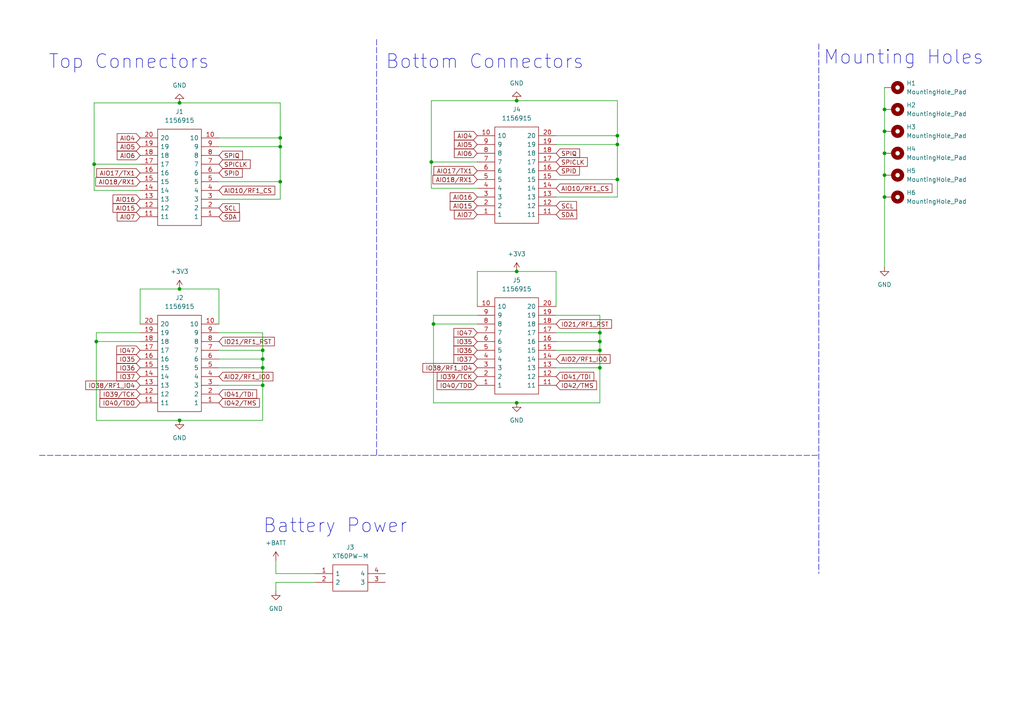
<source format=kicad_sch>
(kicad_sch (version 20211123) (generator eeschema)
  (paper "A4")
  (lib_symbols
    (symbol "1156915:1156915" (pin_names (offset 0.762))
      (property "Reference" "J" (at 19.05 7.62 0))
      (property "Value" "1156915" (at 40.64 6.35 0))
      (symbol "1156915_0_0"
        (pin passive line (at 22.86 -22.86 180) (length 5.08) (name "1") (number "1"))
        (pin passive line (at 22.86 0 180) (length 5.08) (name "10") (number "10"))
        (pin passive line (at 0 -22.86 0) (length 5.08) (name "11") (number "11"))
        (pin passive line (at 0 -20.32 0) (length 5.08) (name "12") (number "12"))
        (pin passive line (at 0 -17.78 0) (length 5.08) (name "13") (number "13"))
        (pin passive line (at 0 -15.24 0) (length 5.08) (name "14") (number "14"))
        (pin passive line (at 0 -12.7 0) (length 5.08) (name "15") (number "15"))
        (pin passive line (at 0 -10.16 0) (length 5.08) (name "16") (number "16"))
        (pin passive line (at 0 -7.62 0) (length 5.08) (name "17") (number "17"))
        (pin passive line (at 0 -5.08 0) (length 5.08) (name "18") (number "18"))
        (pin passive line (at 0 -2.54 0) (length 5.08) (name "19") (number "19"))
        (pin passive line (at 22.86 -20.32 180) (length 5.08) (name "2") (number "2"))
        (pin passive line (at 0 0 0) (length 5.08) (name "20") (number "20"))
        (pin passive line (at 22.86 -17.78 180) (length 5.08) (name "3") (number "3"))
        (pin passive line (at 22.86 -15.24 180) (length 5.08) (name "4") (number "4"))
        (pin passive line (at 22.86 -12.7 180) (length 5.08) (name "5") (number "5"))
        (pin passive line (at 22.86 -10.16 180) (length 5.08) (name "6") (number "6"))
        (pin passive line (at 22.86 -7.62 180) (length 5.08) (name "7") (number "7"))
        (pin passive line (at 22.86 -5.08 180) (length 5.08) (name "8") (number "8"))
        (pin passive line (at 22.86 -2.54 180) (length 5.08) (name "9") (number "9"))
      )
      (symbol "1156915_0_1"
        (polyline (pts (xy 5.08 2.54) (xy 17.78 2.54) (xy 17.78 -25.4) (xy 5.08 -25.4) (xy 5.08 2.54)) (stroke (width 0.1524)))
      )
    )
    (symbol "Mechanical:MountingHole_Pad" (pin_numbers hide) (pin_names (offset 1.016) hide)
      (property "Reference" "H" (at 0 6.35 0))
      (property "Value" "MountingHole_Pad" (at 0 4.445 0))
      (symbol "MountingHole_Pad_0_1"
        (circle (center 0 1.27) (radius 1.27) (stroke (width 1.27)))
      )
      (symbol "MountingHole_Pad_1_1"
        (pin input line (at 0 -2.54 90) (length 2.54) (name "1") (number "1"))
      )
    )
    (symbol "XT60PW-M:XT60PW-M" (pin_names (offset 0.762))
      (property "Reference" "J" (at 16.51 7.62 0))
      (property "Value" "XT60PW-M" (at 31.75 8.89 0))
      (symbol "XT60PW-M_0_0"
        (pin passive line (at 0 0 0) (length 5.08) (name "1") (number "1"))
        (pin passive line (at 0 -2.54 0) (length 5.08) (name "2") (number "2"))
        (pin passive line (at 20.32 -2.54 180) (length 5.08) (name "3") (number "3"))
        (pin passive line (at 20.32 0 180) (length 5.08) (name "4") (number "4"))
      )
      (symbol "XT60PW-M_0_1"
        (polyline (pts (xy 5.08 2.54) (xy 15.24 2.54) (xy 15.24 -5.08) (xy 5.08 -5.08) (xy 5.08 2.54)) (stroke (width 0.1524)))
      )
    )
    (symbol "power:+3V3" (power) (pin_names (offset 0))
      (property "Value" "+3V3" (at 0 3.556 0))
      (symbol "+3V3_0_1"
        (polyline (pts (xy -0.762 1.27) (xy 0 2.54)))
        (polyline (pts (xy 0 0) (xy 0 2.54)))
        (polyline (pts (xy 0 2.54) (xy 0.762 1.27)))
      )
      (symbol "+3V3_1_1"
        (pin power_in line (at 0 0 90) (length 0) hide (name "+3V3") (number "1"))
      )
    )
    (symbol "power:+BATT" (power) (pin_names (offset 0))
      (property "Value" "+BATT" (at 0 3.556 0))
      (symbol "+BATT_0_1"
        (polyline (pts (xy -0.762 1.27) (xy 0 2.54)))
        (polyline (pts (xy 0 0) (xy 0 2.54)))
        (polyline (pts (xy 0 2.54) (xy 0.762 1.27)))
      )
      (symbol "+BATT_1_1"
        (pin power_in line (at 0 0 90) (length 0) hide (name "+BATT") (number "1"))
      )
    )
    (symbol "power:GND" (power) (pin_names (offset 0))
      (property "Value" "GND" (at 0 -3.81 0))
      (symbol "GND_0_1"
        (polyline (pts (xy 0 0) (xy 0 -1.27) (xy 1.27 -1.27) (xy 0 -2.54) (xy -1.27 -1.27) (xy 0 -1.27)))
      )
      (symbol "GND_1_1"
        (pin power_in line (at 0 0 270) (length 0) hide (name "GND") (number "1"))
      )
    )
  )
  (junction (at 27.94 99.06))
  (junction (at 76.2 104.14))
  (junction (at 179.07 52.07))
  (junction (at 52.07 121.92))
  (junction (at 76.2 101.6))
  (junction (at 76.2 106.68))
  (junction (at 179.07 41.91))
  (junction (at 52.07 83.82))
  (junction (at 173.99 101.6))
  (junction (at 125.095 46.99))
  (junction (at 149.86 78.74))
  (junction (at 173.99 96.52))
  (junction (at 173.99 106.68))
  (junction (at 256.54 38.1))
  (junction (at 256.54 57.15))
  (junction (at 256.54 44.45))
  (junction (at 125.73 93.98))
  (junction (at 179.07 39.37))
  (junction (at 256.54 31.75))
  (junction (at 149.86 116.84))
  (junction (at 149.86 29.21))
  (junction (at 81.28 52.705))
  (junction (at 27.305 47.625))
  (junction (at 173.99 99.06))
  (junction (at 76.2 111.76))
  (junction (at 81.28 42.545))
  (junction (at 256.54 50.8))
  (junction (at 81.28 40.005))
  (junction (at 52.07 29.845))
  (wire (pts (xy 76.2 111.76) (xy 76.2 106.68)))
  (wire (pts (xy 76.2 106.68) (xy 76.2 104.14)))
  (wire (pts (xy 125.73 93.98) (xy 125.73 116.84)))
  (wire (pts (xy 40.64 83.82) (xy 52.07 83.82)))
  (wire (pts (xy 256.54 44.45) (xy 256.54 50.8)))
  (wire (pts (xy 179.07 57.15) (xy 179.07 52.07)))
  (wire (pts (xy 63.5 104.14) (xy 76.2 104.14)))
  (wire (pts (xy 125.095 46.99) (xy 125.095 54.61)))
  (wire (pts (xy 173.99 106.68) (xy 173.99 101.6)))
  (wire (pts (xy 161.29 57.15) (xy 179.07 57.15)))
  (wire (pts (xy 81.28 52.705) (xy 81.28 42.545)))
  (wire (pts (xy 81.28 57.785) (xy 81.28 52.705)))
  (wire (pts (xy 27.305 55.245) (xy 40.64 55.245)))
  (wire (pts (xy 27.305 47.625) (xy 40.64 47.625)))
  (wire (pts (xy 91.44 166.37) (xy 80.01 166.37)))
  (wire (pts (xy 81.28 40.005) (xy 81.28 29.845)))
  (wire (pts (xy 63.5 101.6) (xy 76.2 101.6)))
  (wire (pts (xy 173.99 99.06) (xy 173.99 96.52)))
  (wire (pts (xy 81.28 42.545) (xy 81.28 40.005)))
  (wire (pts (xy 52.07 83.82) (xy 63.5 83.82)))
  (wire (pts (xy 27.94 99.06) (xy 40.64 99.06)))
  (wire (pts (xy 80.01 168.91) (xy 80.01 171.45)))
  (wire (pts (xy 76.2 101.6) (xy 76.2 96.52)))
  (wire (pts (xy 76.2 96.52) (xy 63.5 96.52)))
  (wire (pts (xy 256.54 31.75) (xy 256.54 38.1)))
  (wire (pts (xy 27.305 47.625) (xy 27.305 55.245)))
  (wire (pts (xy 27.94 96.52) (xy 27.94 99.06)))
  (wire (pts (xy 40.64 93.98) (xy 40.64 83.82)))
  (wire (pts (xy 125.73 116.84) (xy 149.86 116.84)))
  (wire (pts (xy 52.07 29.845) (xy 81.28 29.845)))
  (wire (pts (xy 40.64 96.52) (xy 27.94 96.52)))
  (wire (pts (xy 63.5 52.705) (xy 81.28 52.705)))
  (wire (pts (xy 256.54 25.4) (xy 256.54 31.75)))
  (wire (pts (xy 27.305 29.845) (xy 52.07 29.845)))
  (wire (pts (xy 76.2 121.92) (xy 76.2 111.76)))
  (polyline (pts (xy 109.22 11.43) (xy 109.22 132.08)))
  (wire (pts (xy 173.99 91.44) (xy 161.29 91.44)))
  (wire (pts (xy 76.2 104.14) (xy 76.2 101.6)))
  (wire (pts (xy 161.29 101.6) (xy 173.99 101.6)))
  (wire (pts (xy 161.29 39.37) (xy 179.07 39.37)))
  (wire (pts (xy 149.86 116.84) (xy 173.99 116.84)))
  (wire (pts (xy 149.86 29.21) (xy 179.07 29.21)))
  (wire (pts (xy 173.99 101.6) (xy 173.99 99.06)))
  (wire (pts (xy 161.29 99.06) (xy 173.99 99.06)))
  (wire (pts (xy 256.54 38.1) (xy 256.54 44.45)))
  (wire (pts (xy 173.99 96.52) (xy 173.99 91.44)))
  (wire (pts (xy 125.73 91.44) (xy 125.73 93.98)))
  (wire (pts (xy 161.29 96.52) (xy 173.99 96.52)))
  (wire (pts (xy 125.095 46.99) (xy 138.43 46.99)))
  (wire (pts (xy 27.305 29.845) (xy 27.305 47.625)))
  (wire (pts (xy 27.94 121.92) (xy 52.07 121.92)))
  (wire (pts (xy 138.43 78.74) (xy 149.86 78.74)))
  (wire (pts (xy 63.5 40.005) (xy 81.28 40.005)))
  (wire (pts (xy 63.5 106.68) (xy 76.2 106.68)))
  (wire (pts (xy 27.94 99.06) (xy 27.94 121.92)))
  (wire (pts (xy 63.5 83.82) (xy 63.5 93.98)))
  (wire (pts (xy 63.5 57.785) (xy 81.28 57.785)))
  (wire (pts (xy 179.07 52.07) (xy 179.07 41.91)))
  (wire (pts (xy 173.99 116.84) (xy 173.99 106.68)))
  (wire (pts (xy 138.43 88.9) (xy 138.43 78.74)))
  (wire (pts (xy 52.07 121.92) (xy 76.2 121.92)))
  (wire (pts (xy 179.07 41.91) (xy 179.07 39.37)))
  (wire (pts (xy 256.54 57.15) (xy 256.54 77.47)))
  (wire (pts (xy 161.29 41.91) (xy 179.07 41.91)))
  (wire (pts (xy 256.54 50.8) (xy 256.54 57.15)))
  (wire (pts (xy 161.29 78.74) (xy 161.29 88.9)))
  (polyline (pts (xy 11.43 132.08) (xy 237.49 132.08)))
  (wire (pts (xy 125.73 93.98) (xy 138.43 93.98)))
  (polyline (pts (xy 237.49 12.7) (xy 237.49 166.37)))
  (wire (pts (xy 179.07 39.37) (xy 179.07 29.21)))
  (wire (pts (xy 63.5 42.545) (xy 81.28 42.545)))
  (wire (pts (xy 125.095 29.21) (xy 149.86 29.21)))
  (wire (pts (xy 125.095 54.61) (xy 138.43 54.61)))
  (polyline (pts (xy 237.49 76.2) (xy 237.49 77.47)))
  (wire (pts (xy 138.43 91.44) (xy 125.73 91.44)))
  (wire (pts (xy 125.095 29.21) (xy 125.095 46.99)))
  (wire (pts (xy 80.01 162.56) (xy 80.01 166.37)))
  (wire (pts (xy 63.5 111.76) (xy 76.2 111.76)))
  (wire (pts (xy 161.29 106.68) (xy 173.99 106.68)))
  (wire (pts (xy 149.86 78.74) (xy 161.29 78.74)))
  (wire (pts (xy 161.29 52.07) (xy 179.07 52.07)))
  (wire (pts (xy 91.44 168.91) (xy 80.01 168.91)))
  (text "Top Connectors" (at 13.97 20.32 0) (effects (font (size 4 4)) (justify left bottom)))
  (text "Battery Power" (at 76.2 154.94 0) (effects (font (size 4 4)) (justify left bottom)))
  (text "Mounting Holes" (at 238.76 19.05 0) (effects (font (size 4 4)) (justify left bottom)))
  (text "Bottom Connectors" (at 111.76 20.32 0) (effects (font (size 4 4)) (justify left bottom)))
  (global_label "AIO4" (shape input) (at 138.43 39.37 180) (property "Intersheet References" "${INTERSHEET_REFS}" (effects hide)))
  (global_label "AIO6" (shape input) (at 138.43 44.45 180) (property "Intersheet References" "${INTERSHEET_REFS}" (effects hide)))
  (global_label "AIO17{slash}TX1" (shape input) (at 138.43 49.53 180) (property "Intersheet References" "${INTERSHEET_REFS}" (effects hide)))
  (global_label "IO40{slash}TDO" (shape input) (at 138.43 111.76 180) (property "Intersheet References" "${INTERSHEET_REFS}" (effects hide)))
  (global_label "IO39{slash}TCK" (shape input) (at 40.64 114.3 180) (property "Intersheet References" "${INTERSHEET_REFS}" (effects hide)))
  (global_label "SPICLK" (shape input) (at 161.29 46.99 0) (property "Intersheet References" "${INTERSHEET_REFS}" (effects hide)))
  (global_label "IO47" (shape input) (at 138.43 96.52 180) (property "Intersheet References" "${INTERSHEET_REFS}" (effects hide)))
  (global_label "AIO17{slash}TX1" (shape input) (at 40.64 50.165 180) (property "Intersheet References" "${INTERSHEET_REFS}" (effects hide)))
  (global_label "IO41{slash}TDI" (shape input) (at 63.5 114.3 0) (property "Intersheet References" "${INTERSHEET_REFS}" (effects hide)))
  (global_label "IO39{slash}TCK" (shape input) (at 138.43 109.22 180) (property "Intersheet References" "${INTERSHEET_REFS}" (effects hide)))
  (global_label "IO40{slash}TDO" (shape input) (at 40.64 116.84 180) (property "Intersheet References" "${INTERSHEET_REFS}" (effects hide)))
  (global_label "IO37" (shape input) (at 40.64 109.22 180) (property "Intersheet References" "${INTERSHEET_REFS}" (effects hide)))
  (global_label "SPIQ" (shape input) (at 161.29 44.45 0) (property "Intersheet References" "${INTERSHEET_REFS}" (effects hide)))
  (global_label "IO42{slash}TMS" (shape input) (at 63.5 116.84 0) (property "Intersheet References" "${INTERSHEET_REFS}" (effects hide)))
  (global_label "IO47" (shape input) (at 40.64 101.6 180) (property "Intersheet References" "${INTERSHEET_REFS}" (effects hide)))
  (global_label "AIO7" (shape input) (at 138.43 62.23 180) (property "Intersheet References" "${INTERSHEET_REFS}" (effects hide)))
  (global_label "AIO5" (shape input) (at 40.64 42.545 180) (property "Intersheet References" "${INTERSHEET_REFS}" (effects hide)))
  (global_label "AIO10{slash}RF1_CS" (shape input) (at 63.5 55.245 0) (property "Intersheet References" "${INTERSHEET_REFS}" (effects hide)))
  (global_label "AIO16" (shape input) (at 138.43 57.15 180) (property "Intersheet References" "${INTERSHEET_REFS}" (effects hide)))
  (global_label "AIO7" (shape input) (at 40.64 62.865 180) (property "Intersheet References" "${INTERSHEET_REFS}" (effects hide)))
  (global_label "SPID" (shape input) (at 63.5 50.165 0) (property "Intersheet References" "${INTERSHEET_REFS}" (effects hide)))
  (global_label "AIO10{slash}RF1_CS" (shape input) (at 161.29 54.61 0) (property "Intersheet References" "${INTERSHEET_REFS}" (effects hide)))
  (global_label "AIO15" (shape input) (at 40.64 60.325 180) (property "Intersheet References" "${INTERSHEET_REFS}" (effects hide)))
  (global_label "SCL" (shape input) (at 161.29 59.69 0) (property "Intersheet References" "${INTERSHEET_REFS}" (effects hide)))
  (global_label "IO35" (shape input) (at 138.43 99.06 180) (property "Intersheet References" "${INTERSHEET_REFS}" (effects hide)))
  (global_label "AIO6" (shape input) (at 40.64 45.085 180) (property "Intersheet References" "${INTERSHEET_REFS}" (effects hide)))
  (global_label "IO37" (shape input) (at 138.43 104.14 180) (property "Intersheet References" "${INTERSHEET_REFS}" (effects hide)))
  (global_label "AIO18{slash}RX1" (shape input) (at 40.64 52.705 180) (property "Intersheet References" "${INTERSHEET_REFS}" (effects hide)))
  (global_label "SPIQ" (shape input) (at 63.5 45.085 0) (property "Intersheet References" "${INTERSHEET_REFS}" (effects hide)))
  (global_label "SPICLK" (shape input) (at 63.5 47.625 0) (property "Intersheet References" "${INTERSHEET_REFS}" (effects hide)))
  (global_label "SCL" (shape input) (at 63.5 60.325 0) (property "Intersheet References" "${INTERSHEET_REFS}" (effects hide)))
  (global_label "IO38{slash}RF1_IO4" (shape input) (at 138.43 106.68 180) (property "Intersheet References" "${INTERSHEET_REFS}" (effects hide)))
  (global_label "IO41{slash}TDI" (shape input) (at 161.29 109.22 0) (property "Intersheet References" "${INTERSHEET_REFS}" (effects hide)))
  (global_label "AIO16" (shape input) (at 40.64 57.785 180) (property "Intersheet References" "${INTERSHEET_REFS}" (effects hide)))
  (global_label "IO36" (shape input) (at 40.64 106.68 180) (property "Intersheet References" "${INTERSHEET_REFS}" (effects hide)))
  (global_label "SDA" (shape input) (at 161.29 62.23 0) (property "Intersheet References" "${INTERSHEET_REFS}" (effects hide)))
  (global_label "IO42{slash}TMS" (shape input) (at 161.29 111.76 0) (property "Intersheet References" "${INTERSHEET_REFS}" (effects hide)))
  (global_label "SPID" (shape input) (at 161.29 49.53 0) (property "Intersheet References" "${INTERSHEET_REFS}" (effects hide)))
  (global_label "IO35" (shape input) (at 40.64 104.14 180) (property "Intersheet References" "${INTERSHEET_REFS}" (effects hide)))
  (global_label "IO38{slash}RF1_IO4" (shape input) (at 40.64 111.76 180) (property "Intersheet References" "${INTERSHEET_REFS}" (effects hide)))
  (global_label "IO36" (shape input) (at 138.43 101.6 180) (property "Intersheet References" "${INTERSHEET_REFS}" (effects hide)))
  (global_label "IO21{slash}RF1_RST" (shape input) (at 161.29 93.98 0) (property "Intersheet References" "${INTERSHEET_REFS}" (effects hide)))
  (global_label "AIO2{slash}RF1_IO0" (shape input) (at 161.29 104.14 0) (property "Intersheet References" "${INTERSHEET_REFS}" (effects hide)))
  (global_label "IO21{slash}RF1_RST" (shape input) (at 63.5 99.06 0) (property "Intersheet References" "${INTERSHEET_REFS}" (effects hide)))
  (global_label "AIO2{slash}RF1_IO0" (shape input) (at 63.5 109.22 0) (property "Intersheet References" "${INTERSHEET_REFS}" (effects hide)))
  (global_label "AIO15" (shape input) (at 138.43 59.69 180) (property "Intersheet References" "${INTERSHEET_REFS}" (effects hide)))
  (global_label "AIO5" (shape input) (at 138.43 41.91 180) (property "Intersheet References" "${INTERSHEET_REFS}" (effects hide)))
  (global_label "SDA" (shape input) (at 63.5 62.865 0) (property "Intersheet References" "${INTERSHEET_REFS}" (effects hide)))
  (global_label "AIO4" (shape input) (at 40.64 40.005 180) (property "Intersheet References" "${INTERSHEET_REFS}" (effects hide)))
  (global_label "AIO18{slash}RX1" (shape input) (at 138.43 52.07 180) (property "Intersheet References" "${INTERSHEET_REFS}" (effects hide)))
  (symbol (lib_id "power:+3V3") (at 52.07 83.82 0) (unit 1)
    (property "Reference" "#PWR0106" (effects hide))
    (property "Value" "+3V3" (at 52.07 78.74 0))
  )
  (symbol (lib_id "power:GND") (at 52.07 121.92 0) (unit 1)
    (property "Reference" "#PWR0108" (effects hide))
    (property "Value" "GND" (at 52.07 127 0))
  )
  (symbol (lib_id "1156915:1156915") (at 161.29 39.37 0) (mirror y) (unit 1)
    (property "Reference" "J4" (at 149.86 31.75 0))
    (property "Value" "1156915" (at 149.86 34.29 0))
    (property "Footprint" "Global Footprints:NPPC102KFMS-RC" (effects hide))
    (property "Datasheet" "http://www.phoenixcontact.com/gb/produkte/1156915" (effects hide))
    (property "Description" "SMD pin header, Nominal current at 20??C: 3 A, Test voltage: 500 V?AC, number of positions: 20, pitch: 2.54 mm, color: black, contact surface: Gold, type of contact: Male connector" (effects hide))
    (property "Height" "5.28" (effects hide))
    (property "Manufacturer_Name" "Phoenix Contact" (effects hide))
    (property "Manufacturer_Part_Number" "1156915" (effects hide))
    (property "Mouser Part Number" "651-1156915" (effects hide))
    (property "Mouser Price/Stock" "https://www.mouser.co.uk/ProductDetail/Phoenix-Contact/1156915?qs=Wj%2FVkw3K%252BMDwLcMyfxDlhA%3D%3D" (effects hide))
  )
  (symbol (lib_id "power:GND") (at 52.07 29.845 180) (unit 1)
    (property "Reference" "#PWR0104" (effects hide))
    (property "Value" "GND" (at 52.07 24.765 0))
  )
  (symbol (lib_id "Mechanical:MountingHole_Pad") (at 259.08 57.15 270) (unit 1)
    (property "Reference" "H6" (at 262.89 55.8799 90) (effects (justify left)))
    (property "Value" "MountingHole_Pad" (at 262.89 58.4199 90) (effects (justify left)))
    (property "Footprint" "Global Footprints:Avionics Mounting Hole" (effects hide))
  )
  (symbol (lib_id "Mechanical:MountingHole_Pad") (at 259.08 31.75 270) (unit 1)
    (property "Reference" "H2" (at 262.89 30.4799 90) (effects (justify left)))
    (property "Value" "MountingHole_Pad" (at 262.89 33.0199 90) (effects (justify left)))
    (property "Footprint" "Global Footprints:Avionics Mounting Hole" (effects hide))
  )
  (symbol (lib_id "Mechanical:MountingHole_Pad") (at 259.08 25.4 270) (unit 1)
    (property "Reference" "H1" (at 262.89 24.1299 90) (effects (justify left)))
    (property "Value" "MountingHole_Pad" (at 262.89 26.6699 90) (effects (justify left)))
    (property "Footprint" "Global Footprints:Avionics Mounting Hole" (effects hide))
  )
  (symbol (lib_id "power:GND") (at 149.86 29.21 180) (unit 1)
    (property "Reference" "#PWR0103" (effects hide))
    (property "Value" "GND" (at 149.86 24.13 0))
  )
  (symbol (lib_id "XT60PW-M:XT60PW-M") (at 91.44 166.37 0) (unit 1)
    (property "Reference" "J3" (at 101.6 158.75 0))
    (property "Value" "XT60PW-M" (at 101.6 161.29 0))
    (property "Footprint" "AVIONICS:XT60PWM" (effects hide))
    (property "Datasheet" "https://www.tme.eu/Document/9b8d0c5eb7094295f3d3112c214d3ade/XT60PW%20SPEC.pdf" (effects hide))
    (property "Description" "Socket; DC supply; XT60; male; PIN: 2; on PCBs; THT; Colour: yellow" (effects hide))
    (property "Height" "8.4" (effects hide))
    (property "Manufacturer_Name" "Changzou Amass Elec" (effects hide))
    (property "Manufacturer_Part_Number" "XT60PW-M" (effects hide))
  )
  (symbol (lib_id "power:GND") (at 149.86 116.84 0) (unit 1)
    (property "Reference" "#PWR0107" (effects hide))
    (property "Value" "GND" (at 149.86 121.92 0))
  )
  (symbol (lib_id "power:+3V3") (at 149.86 78.74 0) (unit 1)
    (property "Reference" "#PWR0105" (effects hide))
    (property "Value" "+3V3" (at 149.86 73.66 0))
  )
  (symbol (lib_id "Mechanical:MountingHole_Pad") (at 259.08 50.8 270) (unit 1)
    (property "Reference" "H5" (at 262.89 49.5299 90) (effects (justify left)))
    (property "Value" "MountingHole_Pad" (at 262.89 52.0699 90) (effects (justify left)))
    (property "Footprint" "Global Footprints:Avionics Mounting Hole" (effects hide))
  )
  (symbol (lib_id "1156915:1156915") (at 40.64 40.005 0) (unit 1)
    (property "Reference" "J1" (at 52.07 32.385 0))
    (property "Value" "1156915" (at 52.07 34.925 0))
    (property "Footprint" "Global Footprints:NPPC102KFMS-RC" (effects hide))
    (property "Datasheet" "http://www.phoenixcontact.com/gb/produkte/1156915" (effects hide))
    (property "Description" "SMD pin header, Nominal current at 20??C: 3 A, Test voltage: 500 V?AC, number of positions: 20, pitch: 2.54 mm, color: black, contact surface: Gold, type of contact: Male connector" (effects hide))
    (property "Height" "5.28" (effects hide))
    (property "Manufacturer_Name" "Phoenix Contact" (effects hide))
    (property "Manufacturer_Part_Number" "1156915" (effects hide))
    (property "Mouser Part Number" "651-1156915" (effects hide))
    (property "Mouser Price/Stock" "https://www.mouser.co.uk/ProductDetail/Phoenix-Contact/1156915?qs=Wj%2FVkw3K%252BMDwLcMyfxDlhA%3D%3D" (effects hide))
  )
  (symbol (lib_id "power:GND") (at 80.01 171.45 0) (unit 1)
    (property "Reference" "#PWR0102" (effects hide))
    (property "Value" "GND" (at 80.01 176.53 0))
  )
  (symbol (lib_id "Mechanical:MountingHole_Pad") (at 259.08 44.45 270) (unit 1)
    (property "Reference" "H4" (at 262.89 43.1799 90) (effects (justify left)))
    (property "Value" "MountingHole_Pad" (at 262.89 45.7199 90) (effects (justify left)))
    (property "Footprint" "Global Footprints:Avionics Mounting Hole" (effects hide))
  )
  (symbol (lib_id "power:GND") (at 256.54 77.47 0) (unit 1)
    (property "Reference" "#PWR03" (effects hide))
    (property "Value" "GND" (at 256.54 82.55 0))
  )
  (symbol (lib_id "power:+BATT") (at 80.01 162.56 0) (unit 1)
    (property "Reference" "#PWR01" (effects hide))
    (property "Value" "+BATT" (at 80.01 157.48 0))
  )
  (symbol (lib_id "Mechanical:MountingHole_Pad") (at 259.08 38.1 270) (unit 1)
    (property "Reference" "H3" (at 262.89 36.8299 90) (effects (justify left)))
    (property "Value" "MountingHole_Pad" (at 262.89 39.3699 90) (effects (justify left)))
    (property "Footprint" "Global Footprints:Avionics Mounting Hole" (effects hide))
  )
  (symbol (lib_id "1156915:1156915") (at 161.29 88.9 0) (mirror y) (unit 1)
    (property "Reference" "J5" (at 149.86 81.28 0))
    (property "Value" "1156915" (at 149.86 83.82 0))
    (property "Footprint" "Global Footprints:NPPC102KFMS-RC" (effects hide))
    (property "Datasheet" "http://www.phoenixcontact.com/gb/produkte/1156915" (effects hide))
    (property "Description" "SMD pin header, Nominal current at 20??C: 3 A, Test voltage: 500 V?AC, number of positions: 20, pitch: 2.54 mm, color: black, contact surface: Gold, type of contact: Male connector" (effects hide))
    (property "Height" "5.28" (effects hide))
    (property "Manufacturer_Name" "Phoenix Contact" (effects hide))
    (property "Manufacturer_Part_Number" "1156915" (effects hide))
    (property "Mouser Part Number" "651-1156915" (effects hide))
    (property "Mouser Price/Stock" "https://www.mouser.co.uk/ProductDetail/Phoenix-Contact/1156915?qs=Wj%2FVkw3K%252BMDwLcMyfxDlhA%3D%3D" (effects hide))
  )
  (symbol (lib_id "1156915:1156915") (at 40.64 93.98 0) (unit 1)
    (property "Reference" "J2" (at 52.07 86.36 0))
    (property "Value" "1156915" (at 52.07 88.9 0))
    (property "Footprint" "Global Footprints:NPPC102KFMS-RC" (effects hide))
    (property "Datasheet" "http://www.phoenixcontact.com/gb/produkte/1156915" (effects hide))
    (property "Description" "SMD pin header, Nominal current at 20??C: 3 A, Test voltage: 500 V?AC, number of positions: 20, pitch: 2.54 mm, color: black, contact surface: Gold, type of contact: Male connector" (effects hide))
    (property "Height" "5.28" (effects hide))
    (property "Manufacturer_Name" "Phoenix Contact" (effects hide))
    (property "Manufacturer_Part_Number" "1156915" (effects hide))
    (property "Mouser Part Number" "651-1156915" (effects hide))
    (property "Mouser Price/Stock" "https://www.mouser.co.uk/ProductDetail/Phoenix-Contact/1156915?qs=Wj%2FVkw3K%252BMDwLcMyfxDlhA%3D%3D" (effects hide))
  )
)
</source>
